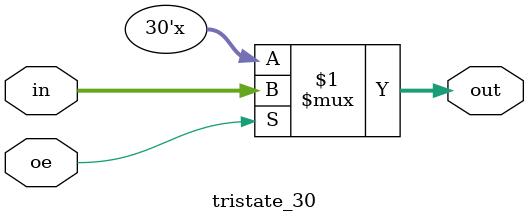
<source format=v>
module tristate_30(in,oe,out);
    input [29:0] in;
    input oe;
    output [29:0] out;
    assign out = oe ? in : 30'bz;

endmodule
</source>
